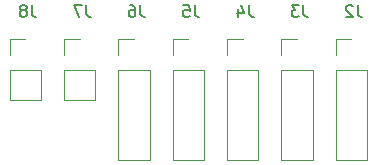
<source format=gbr>
%TF.GenerationSoftware,KiCad,Pcbnew,7.0.2*%
%TF.CreationDate,2023-11-03T12:40:05-06:00*%
%TF.ProjectId,KF40_DB25_Pinheader,4b463430-5f44-4423-9235-5f50696e6865,rev?*%
%TF.SameCoordinates,Original*%
%TF.FileFunction,Legend,Bot*%
%TF.FilePolarity,Positive*%
%FSLAX46Y46*%
G04 Gerber Fmt 4.6, Leading zero omitted, Abs format (unit mm)*
G04 Created by KiCad (PCBNEW 7.0.2) date 2023-11-03 12:40:05*
%MOMM*%
%LPD*%
G01*
G04 APERTURE LIST*
%ADD10C,0.150000*%
%ADD11C,0.120000*%
%ADD12C,17.000000*%
%ADD13C,10.000000*%
%ADD14C,5.000000*%
%ADD15C,1.800000*%
%ADD16R,1.800000X1.800000*%
%ADD17O,1.700000X1.700000*%
%ADD18R,1.700000X1.700000*%
G04 APERTURE END LIST*
D10*
%TO.C,J6*%
X-4466666Y7337380D02*
X-4466666Y6623095D01*
X-4466666Y6623095D02*
X-4419047Y6480238D01*
X-4419047Y6480238D02*
X-4323809Y6385000D01*
X-4323809Y6385000D02*
X-4180952Y6337380D01*
X-4180952Y6337380D02*
X-4085714Y6337380D01*
X-5371428Y7337380D02*
X-5180952Y7337380D01*
X-5180952Y7337380D02*
X-5085714Y7289761D01*
X-5085714Y7289761D02*
X-5038095Y7242142D01*
X-5038095Y7242142D02*
X-4942857Y7099285D01*
X-4942857Y7099285D02*
X-4895238Y6908809D01*
X-4895238Y6908809D02*
X-4895238Y6527857D01*
X-4895238Y6527857D02*
X-4942857Y6432619D01*
X-4942857Y6432619D02*
X-4990476Y6385000D01*
X-4990476Y6385000D02*
X-5085714Y6337380D01*
X-5085714Y6337380D02*
X-5276190Y6337380D01*
X-5276190Y6337380D02*
X-5371428Y6385000D01*
X-5371428Y6385000D02*
X-5419047Y6432619D01*
X-5419047Y6432619D02*
X-5466666Y6527857D01*
X-5466666Y6527857D02*
X-5466666Y6765952D01*
X-5466666Y6765952D02*
X-5419047Y6861190D01*
X-5419047Y6861190D02*
X-5371428Y6908809D01*
X-5371428Y6908809D02*
X-5276190Y6956428D01*
X-5276190Y6956428D02*
X-5085714Y6956428D01*
X-5085714Y6956428D02*
X-4990476Y6908809D01*
X-4990476Y6908809D02*
X-4942857Y6861190D01*
X-4942857Y6861190D02*
X-4895238Y6765952D01*
%TO.C,J7*%
X-9066666Y7337380D02*
X-9066666Y6623095D01*
X-9066666Y6623095D02*
X-9019047Y6480238D01*
X-9019047Y6480238D02*
X-8923809Y6385000D01*
X-8923809Y6385000D02*
X-8780952Y6337380D01*
X-8780952Y6337380D02*
X-8685714Y6337380D01*
X-9447619Y7337380D02*
X-10114285Y7337380D01*
X-10114285Y7337380D02*
X-9685714Y6337380D01*
%TO.C,J5*%
X133333Y7337380D02*
X133333Y6623095D01*
X133333Y6623095D02*
X180952Y6480238D01*
X180952Y6480238D02*
X276190Y6385000D01*
X276190Y6385000D02*
X419047Y6337380D01*
X419047Y6337380D02*
X514285Y6337380D01*
X-819047Y7337380D02*
X-342857Y7337380D01*
X-342857Y7337380D02*
X-295238Y6861190D01*
X-295238Y6861190D02*
X-342857Y6908809D01*
X-342857Y6908809D02*
X-438095Y6956428D01*
X-438095Y6956428D02*
X-676190Y6956428D01*
X-676190Y6956428D02*
X-771428Y6908809D01*
X-771428Y6908809D02*
X-819047Y6861190D01*
X-819047Y6861190D02*
X-866666Y6765952D01*
X-866666Y6765952D02*
X-866666Y6527857D01*
X-866666Y6527857D02*
X-819047Y6432619D01*
X-819047Y6432619D02*
X-771428Y6385000D01*
X-771428Y6385000D02*
X-676190Y6337380D01*
X-676190Y6337380D02*
X-438095Y6337380D01*
X-438095Y6337380D02*
X-342857Y6385000D01*
X-342857Y6385000D02*
X-295238Y6432619D01*
%TO.C,J8*%
X-13666666Y7337380D02*
X-13666666Y6623095D01*
X-13666666Y6623095D02*
X-13619047Y6480238D01*
X-13619047Y6480238D02*
X-13523809Y6385000D01*
X-13523809Y6385000D02*
X-13380952Y6337380D01*
X-13380952Y6337380D02*
X-13285714Y6337380D01*
X-14285714Y6908809D02*
X-14190476Y6956428D01*
X-14190476Y6956428D02*
X-14142857Y7004047D01*
X-14142857Y7004047D02*
X-14095238Y7099285D01*
X-14095238Y7099285D02*
X-14095238Y7146904D01*
X-14095238Y7146904D02*
X-14142857Y7242142D01*
X-14142857Y7242142D02*
X-14190476Y7289761D01*
X-14190476Y7289761D02*
X-14285714Y7337380D01*
X-14285714Y7337380D02*
X-14476190Y7337380D01*
X-14476190Y7337380D02*
X-14571428Y7289761D01*
X-14571428Y7289761D02*
X-14619047Y7242142D01*
X-14619047Y7242142D02*
X-14666666Y7146904D01*
X-14666666Y7146904D02*
X-14666666Y7099285D01*
X-14666666Y7099285D02*
X-14619047Y7004047D01*
X-14619047Y7004047D02*
X-14571428Y6956428D01*
X-14571428Y6956428D02*
X-14476190Y6908809D01*
X-14476190Y6908809D02*
X-14285714Y6908809D01*
X-14285714Y6908809D02*
X-14190476Y6861190D01*
X-14190476Y6861190D02*
X-14142857Y6813571D01*
X-14142857Y6813571D02*
X-14095238Y6718333D01*
X-14095238Y6718333D02*
X-14095238Y6527857D01*
X-14095238Y6527857D02*
X-14142857Y6432619D01*
X-14142857Y6432619D02*
X-14190476Y6385000D01*
X-14190476Y6385000D02*
X-14285714Y6337380D01*
X-14285714Y6337380D02*
X-14476190Y6337380D01*
X-14476190Y6337380D02*
X-14571428Y6385000D01*
X-14571428Y6385000D02*
X-14619047Y6432619D01*
X-14619047Y6432619D02*
X-14666666Y6527857D01*
X-14666666Y6527857D02*
X-14666666Y6718333D01*
X-14666666Y6718333D02*
X-14619047Y6813571D01*
X-14619047Y6813571D02*
X-14571428Y6861190D01*
X-14571428Y6861190D02*
X-14476190Y6908809D01*
%TO.C,J3*%
X9333333Y7337380D02*
X9333333Y6623095D01*
X9333333Y6623095D02*
X9380952Y6480238D01*
X9380952Y6480238D02*
X9476190Y6385000D01*
X9476190Y6385000D02*
X9619047Y6337380D01*
X9619047Y6337380D02*
X9714285Y6337380D01*
X8952380Y7337380D02*
X8333333Y7337380D01*
X8333333Y7337380D02*
X8666666Y6956428D01*
X8666666Y6956428D02*
X8523809Y6956428D01*
X8523809Y6956428D02*
X8428571Y6908809D01*
X8428571Y6908809D02*
X8380952Y6861190D01*
X8380952Y6861190D02*
X8333333Y6765952D01*
X8333333Y6765952D02*
X8333333Y6527857D01*
X8333333Y6527857D02*
X8380952Y6432619D01*
X8380952Y6432619D02*
X8428571Y6385000D01*
X8428571Y6385000D02*
X8523809Y6337380D01*
X8523809Y6337380D02*
X8809523Y6337380D01*
X8809523Y6337380D02*
X8904761Y6385000D01*
X8904761Y6385000D02*
X8952380Y6432619D01*
%TO.C,J2*%
X13933333Y7337380D02*
X13933333Y6623095D01*
X13933333Y6623095D02*
X13980952Y6480238D01*
X13980952Y6480238D02*
X14076190Y6385000D01*
X14076190Y6385000D02*
X14219047Y6337380D01*
X14219047Y6337380D02*
X14314285Y6337380D01*
X13504761Y7242142D02*
X13457142Y7289761D01*
X13457142Y7289761D02*
X13361904Y7337380D01*
X13361904Y7337380D02*
X13123809Y7337380D01*
X13123809Y7337380D02*
X13028571Y7289761D01*
X13028571Y7289761D02*
X12980952Y7242142D01*
X12980952Y7242142D02*
X12933333Y7146904D01*
X12933333Y7146904D02*
X12933333Y7051666D01*
X12933333Y7051666D02*
X12980952Y6908809D01*
X12980952Y6908809D02*
X13552380Y6337380D01*
X13552380Y6337380D02*
X12933333Y6337380D01*
%TO.C,J4*%
X4733333Y7337380D02*
X4733333Y6623095D01*
X4733333Y6623095D02*
X4780952Y6480238D01*
X4780952Y6480238D02*
X4876190Y6385000D01*
X4876190Y6385000D02*
X5019047Y6337380D01*
X5019047Y6337380D02*
X5114285Y6337380D01*
X3828571Y7004047D02*
X3828571Y6337380D01*
X4066666Y7385000D02*
X4304761Y6670714D01*
X4304761Y6670714D02*
X3685714Y6670714D01*
D11*
%TO.C,J6*%
X-6330000Y4470000D02*
X-6330000Y3140000D01*
X-6330000Y1870000D02*
X-6330000Y-5810000D01*
X-5000000Y4470000D02*
X-6330000Y4470000D01*
X-3670000Y1870000D02*
X-6330000Y1870000D01*
X-3670000Y1870000D02*
X-3670000Y-5810000D01*
X-3670000Y-5810000D02*
X-6330000Y-5810000D01*
%TO.C,J7*%
X-10930000Y4470000D02*
X-10930000Y3140000D01*
X-10930000Y1870000D02*
X-10930000Y-730000D01*
X-9600000Y4470000D02*
X-10930000Y4470000D01*
X-8270000Y1870000D02*
X-10930000Y1870000D01*
X-8270000Y1870000D02*
X-8270000Y-730000D01*
X-8270000Y-730000D02*
X-10930000Y-730000D01*
%TO.C,J5*%
X-1730000Y4470000D02*
X-1730000Y3140000D01*
X-1730000Y1870000D02*
X-1730000Y-5810000D01*
X-400000Y4470000D02*
X-1730000Y4470000D01*
X930000Y1870000D02*
X-1730000Y1870000D01*
X930000Y1870000D02*
X930000Y-5810000D01*
X930000Y-5810000D02*
X-1730000Y-5810000D01*
%TO.C,J8*%
X-15530000Y4470000D02*
X-15530000Y3140000D01*
X-15530000Y1870000D02*
X-15530000Y-730000D01*
X-14200000Y4470000D02*
X-15530000Y4470000D01*
X-12870000Y1870000D02*
X-15530000Y1870000D01*
X-12870000Y1870000D02*
X-12870000Y-730000D01*
X-12870000Y-730000D02*
X-15530000Y-730000D01*
%TO.C,J3*%
X7470000Y4470000D02*
X7470000Y3140000D01*
X7470000Y1870000D02*
X7470000Y-5810000D01*
X8800000Y4470000D02*
X7470000Y4470000D01*
X10130000Y1870000D02*
X7470000Y1870000D01*
X10130000Y1870000D02*
X10130000Y-5810000D01*
X10130000Y-5810000D02*
X7470000Y-5810000D01*
%TO.C,J2*%
X12070000Y4470000D02*
X12070000Y3140000D01*
X12070000Y1870000D02*
X12070000Y-5810000D01*
X13400000Y4470000D02*
X12070000Y4470000D01*
X14730000Y1870000D02*
X12070000Y1870000D01*
X14730000Y1870000D02*
X14730000Y-5810000D01*
X14730000Y-5810000D02*
X12070000Y-5810000D01*
%TO.C,J4*%
X2870000Y4470000D02*
X2870000Y3140000D01*
X2870000Y1870000D02*
X2870000Y-5810000D01*
X4200000Y4470000D02*
X2870000Y4470000D01*
X5530000Y1870000D02*
X2870000Y1870000D01*
X5530000Y1870000D02*
X5530000Y-5810000D01*
X5530000Y-5810000D02*
X2870000Y-5810000D01*
%TD*%
%LPC*%
D12*
X29100000Y0D02*
G75*
G03*
X29100000Y0I-29100000J0D01*
G01*
D13*
%TO.C,H2*%
X26846788Y-15500000D03*
%TD*%
D14*
%TO.C,J1*%
X-23520000Y55000000D03*
X23520000Y55000000D03*
D15*
X-15235000Y56420000D03*
X-12465000Y56420000D03*
X-9695000Y56420000D03*
X-6925000Y56420000D03*
X-4155000Y56420000D03*
X-1385000Y56420000D03*
X1385000Y56420000D03*
X4155000Y56420000D03*
X6925000Y56420000D03*
X9695000Y56420000D03*
X12465000Y56420000D03*
X15235000Y56420000D03*
X-16620000Y53580000D03*
X-13850000Y53580000D03*
X-11080000Y53580000D03*
X-8310000Y53580000D03*
X-5540000Y53580000D03*
X-2770000Y53580000D03*
X0Y53580000D03*
X2770000Y53580000D03*
X5540000Y53580000D03*
X8310000Y53580000D03*
X11080000Y53580000D03*
X13850000Y53580000D03*
D16*
X16620000Y53580000D03*
%TD*%
D13*
%TO.C,H6*%
X-26846788Y15500000D03*
%TD*%
%TO.C,H4*%
X-26846788Y-15500000D03*
%TD*%
%TO.C,H1*%
X26846788Y15500000D03*
%TD*%
%TO.C,H5*%
X0Y31000000D03*
%TD*%
%TO.C,H3*%
X0Y-31000000D03*
%TD*%
D17*
%TO.C,J6*%
X-5000000Y-4480000D03*
X-5000000Y-1940000D03*
X-5000000Y600000D03*
D18*
X-5000000Y3140000D03*
%TD*%
D17*
%TO.C,J7*%
X-9600000Y600000D03*
D18*
X-9600000Y3140000D03*
%TD*%
D17*
%TO.C,J5*%
X-400000Y-4480000D03*
X-400000Y-1940000D03*
X-400000Y600000D03*
D18*
X-400000Y3140000D03*
%TD*%
D17*
%TO.C,J8*%
X-14200000Y600000D03*
D18*
X-14200000Y3140000D03*
%TD*%
D17*
%TO.C,J3*%
X8800000Y-4480000D03*
X8800000Y-1940000D03*
X8800000Y600000D03*
D18*
X8800000Y3140000D03*
%TD*%
D17*
%TO.C,J2*%
X13400000Y-4480000D03*
X13400000Y-1940000D03*
X13400000Y600000D03*
D18*
X13400000Y3140000D03*
%TD*%
D17*
%TO.C,J4*%
X4200000Y-4480000D03*
X4200000Y-1940000D03*
X4200000Y600000D03*
D18*
X4200000Y3140000D03*
%TD*%
%LPD*%
M02*

</source>
